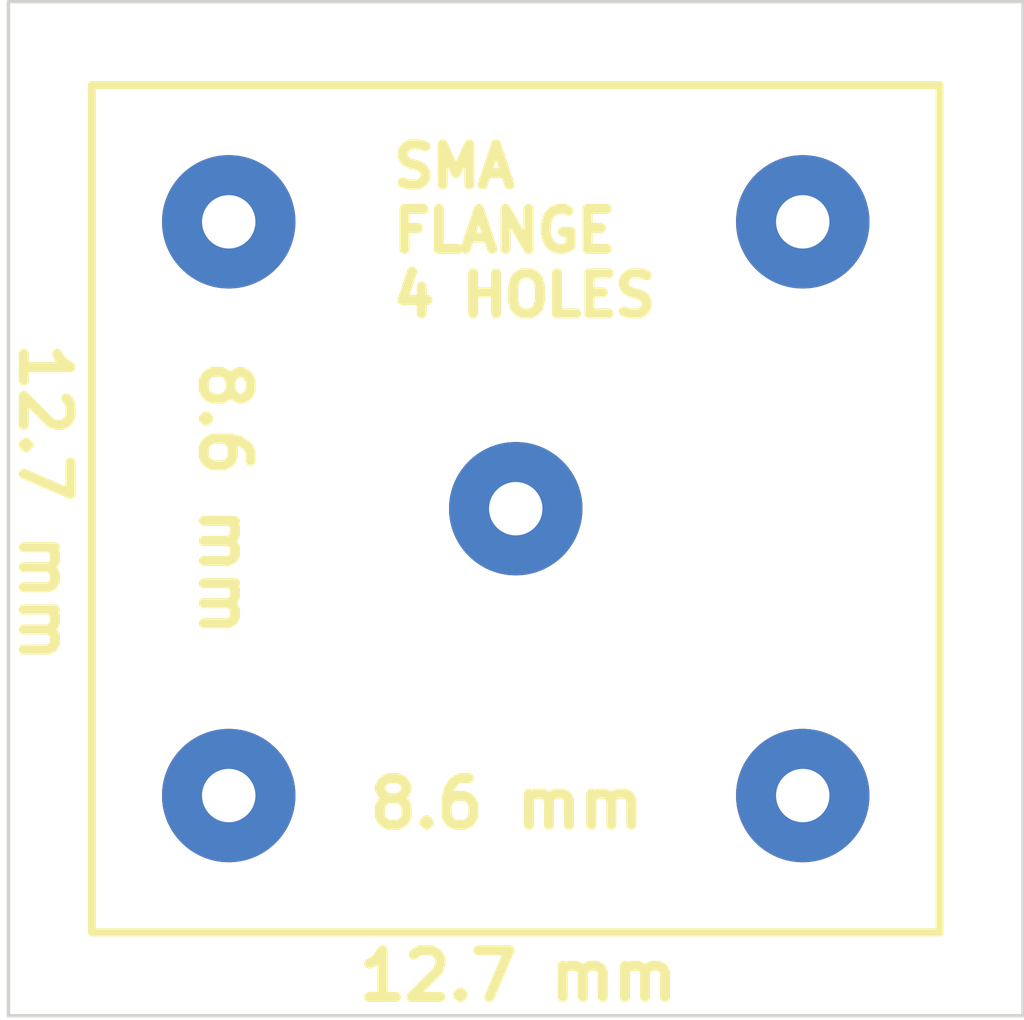
<source format=kicad_pcb>
(kicad_pcb (version 20171130) (host pcbnew 5.1.5+dfsg1-2build2)

  (general
    (thickness 1.6)
    (drawings 13)
    (tracks 0)
    (zones 0)
    (modules 5)
    (nets 1)
  )

  (page A4)
  (title_block
    (title SMA_FLANGE_4_HOLES)
    (company Galopago)
  )

  (layers
    (0 F.Cu signal)
    (31 B.Cu signal)
    (32 B.Adhes user)
    (33 F.Adhes user)
    (34 B.Paste user)
    (35 F.Paste user)
    (36 B.SilkS user)
    (37 F.SilkS user)
    (38 B.Mask user)
    (39 F.Mask user)
    (40 Dwgs.User user)
    (41 Cmts.User user)
    (42 Eco1.User user)
    (43 Eco2.User user)
    (44 Edge.Cuts user)
    (45 Margin user)
    (46 B.CrtYd user)
    (47 F.CrtYd user)
    (48 B.Fab user)
    (49 F.Fab user)
  )

  (setup
    (last_trace_width 0.25)
    (trace_clearance 0.2)
    (zone_clearance 0.508)
    (zone_45_only no)
    (trace_min 0.2)
    (via_size 0.8)
    (via_drill 0.4)
    (via_min_size 0.4)
    (via_min_drill 0.3)
    (uvia_size 0.3)
    (uvia_drill 0.1)
    (uvias_allowed no)
    (uvia_min_size 0.2)
    (uvia_min_drill 0.1)
    (edge_width 0.05)
    (segment_width 0.2)
    (pcb_text_width 0.3)
    (pcb_text_size 1.5 1.5)
    (mod_edge_width 0.12)
    (mod_text_size 1 1)
    (mod_text_width 0.15)
    (pad_size 1.524 1.524)
    (pad_drill 0.762)
    (pad_to_mask_clearance 0.051)
    (solder_mask_min_width 0.25)
    (aux_axis_origin 0 0)
    (visible_elements FFFFFF7F)
    (pcbplotparams
      (layerselection 0x010f0_ffffffff)
      (usegerberextensions false)
      (usegerberattributes false)
      (usegerberadvancedattributes false)
      (creategerberjobfile false)
      (excludeedgelayer false)
      (linewidth 0.100000)
      (plotframeref false)
      (viasonmask false)
      (mode 1)
      (useauxorigin false)
      (hpglpennumber 1)
      (hpglpenspeed 20)
      (hpglpendiameter 15.000000)
      (psnegative false)
      (psa4output false)
      (plotreference true)
      (plotvalue true)
      (plotinvisibletext false)
      (padsonsilk false)
      (subtractmaskfromsilk false)
      (outputformat 5)
      (mirror false)
      (drillshape 1)
      (scaleselection 1)
      (outputdirectory "gerber/single/"))
  )

  (net 0 "")

  (net_class Default "This is the default net class."
    (clearance 0.2)
    (trace_width 0.25)
    (via_dia 0.8)
    (via_drill 0.4)
    (uvia_dia 0.3)
    (uvia_drill 0.1)
  )

  (module Connector_Wire:SolderWirePad_1x01_Drill0.8mm (layer F.Cu) (tedit 5A2676A0) (tstamp 6222C9F6)
    (at 57.6 57.6)
    (descr "Wire solder connection")
    (tags connector)
    (attr virtual)
    (fp_text reference REF** (at 0 -2.54) (layer F.SilkS) hide
      (effects (font (size 1 1) (thickness 0.15)))
    )
    (fp_text value SolderWirePad_1x01_Drill0.8mm (at 0 2.54) (layer F.Fab) hide
      (effects (font (size 1 1) (thickness 0.15)))
    )
    (fp_line (start 1.5 1.5) (end -1.5 1.5) (layer F.CrtYd) (width 0.05))
    (fp_line (start 1.5 1.5) (end 1.5 -1.5) (layer F.CrtYd) (width 0.05))
    (fp_line (start -1.5 -1.5) (end -1.5 1.5) (layer F.CrtYd) (width 0.05))
    (fp_line (start -1.5 -1.5) (end 1.5 -1.5) (layer F.CrtYd) (width 0.05))
    (fp_text user %R (at 0 0) (layer F.Fab) hide
      (effects (font (size 1 1) (thickness 0.15)))
    )
    (pad 1 thru_hole circle (at 0 0) (size 1.99898 1.99898) (drill 0.8001) (layers *.Cu *.Mask))
  )

  (module Connector_Wire:SolderWirePad_1x01_Drill0.8mm (layer F.Cu) (tedit 5A2676A0) (tstamp 6222C892)
    (at 61.9 61.9)
    (descr "Wire solder connection")
    (tags connector)
    (attr virtual)
    (fp_text reference REF** (at 0 -2.54) (layer F.SilkS) hide
      (effects (font (size 1 1) (thickness 0.15)))
    )
    (fp_text value SolderWirePad_1x01_Drill0.8mm (at 0 2.54) (layer F.Fab) hide
      (effects (font (size 1 1) (thickness 0.15)))
    )
    (fp_line (start 1.5 1.5) (end -1.5 1.5) (layer F.CrtYd) (width 0.05))
    (fp_line (start 1.5 1.5) (end 1.5 -1.5) (layer F.CrtYd) (width 0.05))
    (fp_line (start -1.5 -1.5) (end -1.5 1.5) (layer F.CrtYd) (width 0.05))
    (fp_line (start -1.5 -1.5) (end 1.5 -1.5) (layer F.CrtYd) (width 0.05))
    (fp_text user %R (at 0 0) (layer F.Fab) hide
      (effects (font (size 1 1) (thickness 0.15)))
    )
    (pad 1 thru_hole circle (at 0 0) (size 1.99898 1.99898) (drill 0.8001) (layers *.Cu *.Mask))
  )

  (module Connector_Wire:SolderWirePad_1x01_Drill0.8mm (layer F.Cu) (tedit 5A2676A0) (tstamp 6222C876)
    (at 53.3 61.9)
    (descr "Wire solder connection")
    (tags connector)
    (attr virtual)
    (fp_text reference REF** (at 0 -2.54) (layer F.SilkS) hide
      (effects (font (size 1 1) (thickness 0.15)))
    )
    (fp_text value SolderWirePad_1x01_Drill0.8mm (at 0 2.54) (layer F.Fab) hide
      (effects (font (size 1 1) (thickness 0.15)))
    )
    (fp_line (start 1.5 1.5) (end -1.5 1.5) (layer F.CrtYd) (width 0.05))
    (fp_line (start 1.5 1.5) (end 1.5 -1.5) (layer F.CrtYd) (width 0.05))
    (fp_line (start -1.5 -1.5) (end -1.5 1.5) (layer F.CrtYd) (width 0.05))
    (fp_line (start -1.5 -1.5) (end 1.5 -1.5) (layer F.CrtYd) (width 0.05))
    (fp_text user %R (at 0 0) (layer F.Fab) hide
      (effects (font (size 1 1) (thickness 0.15)))
    )
    (pad 1 thru_hole circle (at 0 0) (size 1.99898 1.99898) (drill 0.8001) (layers *.Cu *.Mask))
  )

  (module Connector_Wire:SolderWirePad_1x01_Drill0.8mm (layer F.Cu) (tedit 5A2676A0) (tstamp 6222C7E4)
    (at 61.9 53.3)
    (descr "Wire solder connection")
    (tags connector)
    (attr virtual)
    (fp_text reference REF** (at 0 -2.54) (layer F.SilkS) hide
      (effects (font (size 1 1) (thickness 0.15)))
    )
    (fp_text value SolderWirePad_1x01_Drill0.8mm (at 0 2.54) (layer F.Fab) hide
      (effects (font (size 1 1) (thickness 0.15)))
    )
    (fp_line (start 1.5 1.5) (end -1.5 1.5) (layer F.CrtYd) (width 0.05))
    (fp_line (start 1.5 1.5) (end 1.5 -1.5) (layer F.CrtYd) (width 0.05))
    (fp_line (start -1.5 -1.5) (end -1.5 1.5) (layer F.CrtYd) (width 0.05))
    (fp_line (start -1.5 -1.5) (end 1.5 -1.5) (layer F.CrtYd) (width 0.05))
    (fp_text user %R (at 0 0) (layer F.Fab) hide
      (effects (font (size 1 1) (thickness 0.15)))
    )
    (pad 1 thru_hole circle (at 0 0) (size 1.99898 1.99898) (drill 0.8001) (layers *.Cu *.Mask))
  )

  (module Connector_Wire:SolderWirePad_1x01_Drill0.8mm (layer F.Cu) (tedit 5A2676A0) (tstamp 6222C6E5)
    (at 53.3 53.3)
    (descr "Wire solder connection")
    (tags connector)
    (attr virtual)
    (fp_text reference REF** (at 0 -2.54) (layer F.SilkS) hide
      (effects (font (size 1 1) (thickness 0.15)))
    )
    (fp_text value SolderWirePad_1x01_Drill0.8mm (at 0 2.54) (layer F.Fab) hide
      (effects (font (size 1 1) (thickness 0.15)))
    )
    (fp_line (start 1.5 1.5) (end -1.5 1.5) (layer F.CrtYd) (width 0.05))
    (fp_line (start 1.5 1.5) (end 1.5 -1.5) (layer F.CrtYd) (width 0.05))
    (fp_line (start -1.5 -1.5) (end -1.5 1.5) (layer F.CrtYd) (width 0.05))
    (fp_line (start -1.5 -1.5) (end 1.5 -1.5) (layer F.CrtYd) (width 0.05))
    (fp_text user %R (at 0 0) (layer F.Fab) hide
      (effects (font (size 1 1) (thickness 0.15)))
    )
    (pad 1 thru_hole circle (at 0 0) (size 1.99898 1.99898) (drill 0.8001) (layers *.Cu *.Mask))
  )

  (gr_text "SMA\nFLANGE\n4 HOLES" (at 55.69204 53.43652) (layer F.SilkS)
    (effects (font (size 0.6 0.6) (thickness 0.15)) (justify left))
  )
  (gr_text "8.6 mm" (at 53.24348 57.44972 -90) (layer F.SilkS) (tstamp 6222CA9E)
    (effects (font (size 0.7 0.7) (thickness 0.15)))
  )
  (gr_text "8.6 mm" (at 57.46496 62.02172) (layer F.SilkS) (tstamp 6222CA97)
    (effects (font (size 0.7 0.7) (thickness 0.15)))
  )
  (gr_text "12.7 mm" (at 50.546 57.51068 -90) (layer F.SilkS) (tstamp 6222CA7D)
    (effects (font (size 0.7 0.7) (thickness 0.15)))
  )
  (gr_text "12.7 mm" (at 57.63768 64.60236) (layer F.SilkS)
    (effects (font (size 0.7 0.7) (thickness 0.15)))
  )
  (gr_line (start 50 65.2) (end 65.2 65.2) (layer Edge.Cuts) (width 0.05))
  (gr_line (start 65.2 50) (end 65.2 65.2) (layer Edge.Cuts) (width 0.05))
  (gr_line (start 51.25 63.95) (end 63.95 63.95) (layer F.SilkS) (width 0.12))
  (gr_line (start 63.95 51.25) (end 63.95 63.95) (layer F.SilkS) (width 0.12))
  (gr_line (start 51.25 51.25) (end 63.95 51.25) (layer F.SilkS) (width 0.12))
  (gr_line (start 51.25 51.25) (end 51.25 63.95) (layer F.SilkS) (width 0.12))
  (gr_line (start 50 50) (end 65.2 50) (layer Edge.Cuts) (width 0.05))
  (gr_line (start 50 50) (end 50 65.2) (layer Edge.Cuts) (width 0.05))

)

</source>
